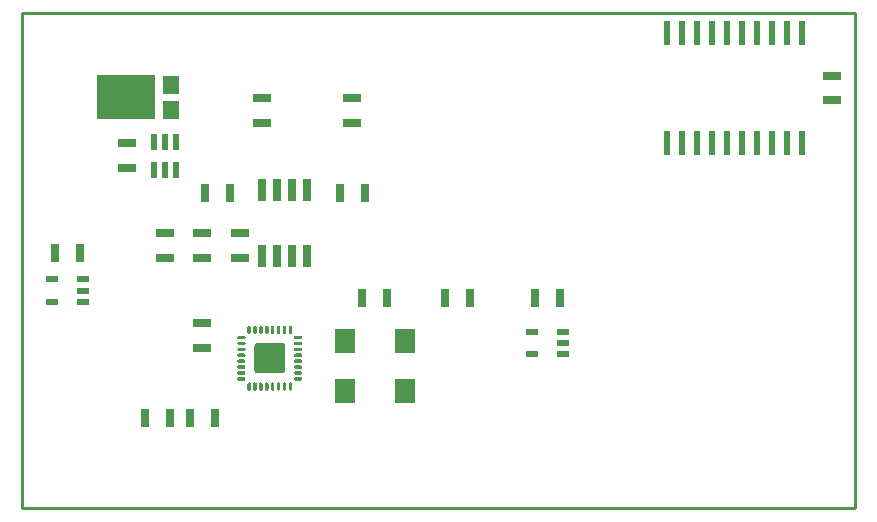
<source format=gbp>
%TF.GenerationSoftware,KiCad,Pcbnew,5.1.0-unknown-ca7aec2~82~ubuntu18.04.1*%
%TF.CreationDate,2019-04-12T13:47:33-04:00*%
%TF.ProjectId,stepper_controller_3x2,73746570-7065-4725-9f63-6f6e74726f6c,1.2*%
%TF.SameCoordinates,Original*%
%TF.FileFunction,Paste,Bot*%
%TF.FilePolarity,Positive*%
%FSLAX46Y46*%
G04 Gerber Fmt 4.6, Leading zero omitted, Abs format (unit mm)*
G04 Created by KiCad (PCBNEW 5.1.0-unknown-ca7aec2~82~ubuntu18.04.1) date 2019-04-12 13:47:33*
%MOMM*%
%LPD*%
G04 APERTURE LIST*
%ADD10C,0.228600*%
%ADD11C,0.100000*%
%ADD12C,2.587201*%
%ADD13C,0.300000*%
%ADD14R,1.800000X2.000000*%
%ADD15R,1.440000X1.600000*%
%ADD16R,4.960000X3.800000*%
%ADD17R,0.787400X1.600200*%
%ADD18R,1.600200X0.787400*%
%ADD19R,1.100000X0.600000*%
%ADD20R,0.600000X2.000000*%
%ADD21R,0.558800X1.330960*%
%ADD22R,0.640000X1.910000*%
G04 APERTURE END LIST*
D10*
X156210000Y-67945000D02*
X85725000Y-67945000D01*
X156210000Y-109855000D02*
X156210000Y-67945000D01*
X85725000Y-109855000D02*
X156210000Y-109855000D01*
X85725000Y-67945000D02*
X85725000Y-109855000D01*
D11*
%TO.C,U1*%
G36*
X107740239Y-95862646D02*
G01*
X107765354Y-95866371D01*
X107789982Y-95872540D01*
X107813888Y-95881094D01*
X107836840Y-95891949D01*
X107858617Y-95905002D01*
X107879010Y-95920127D01*
X107897823Y-95937177D01*
X107914873Y-95955990D01*
X107929998Y-95976383D01*
X107943051Y-95998160D01*
X107953906Y-96021112D01*
X107962460Y-96045018D01*
X107968629Y-96069646D01*
X107972354Y-96094761D01*
X107973600Y-96120120D01*
X107973600Y-98189880D01*
X107972354Y-98215239D01*
X107968629Y-98240354D01*
X107962460Y-98264982D01*
X107953906Y-98288888D01*
X107943051Y-98311840D01*
X107929998Y-98333617D01*
X107914873Y-98354010D01*
X107897823Y-98372823D01*
X107879010Y-98389873D01*
X107858617Y-98404998D01*
X107836840Y-98418051D01*
X107813888Y-98428906D01*
X107789982Y-98437460D01*
X107765354Y-98443629D01*
X107740239Y-98447354D01*
X107714880Y-98448600D01*
X105645120Y-98448600D01*
X105619761Y-98447354D01*
X105594646Y-98443629D01*
X105570018Y-98437460D01*
X105546112Y-98428906D01*
X105523160Y-98418051D01*
X105501383Y-98404998D01*
X105480990Y-98389873D01*
X105462177Y-98372823D01*
X105445127Y-98354010D01*
X105430002Y-98333617D01*
X105416949Y-98311840D01*
X105406094Y-98288888D01*
X105397540Y-98264982D01*
X105391371Y-98240354D01*
X105387646Y-98215239D01*
X105386400Y-98189880D01*
X105386400Y-96120120D01*
X105387646Y-96094761D01*
X105391371Y-96069646D01*
X105397540Y-96045018D01*
X105406094Y-96021112D01*
X105416949Y-95998160D01*
X105430002Y-95976383D01*
X105445127Y-95955990D01*
X105462177Y-95937177D01*
X105480990Y-95920127D01*
X105501383Y-95905002D01*
X105523160Y-95891949D01*
X105546112Y-95881094D01*
X105570018Y-95872540D01*
X105594646Y-95866371D01*
X105619761Y-95862646D01*
X105645120Y-95861400D01*
X107714880Y-95861400D01*
X107740239Y-95862646D01*
X107740239Y-95862646D01*
G37*
D12*
X106680000Y-97155000D03*
D11*
G36*
X104944704Y-94405722D02*
G01*
X104959265Y-94407882D01*
X104973544Y-94411459D01*
X104987404Y-94416418D01*
X105000711Y-94422712D01*
X105013337Y-94430280D01*
X105025160Y-94439048D01*
X105036067Y-94448934D01*
X105045953Y-94459841D01*
X105054721Y-94471664D01*
X105062289Y-94484290D01*
X105068583Y-94497597D01*
X105073542Y-94511457D01*
X105077119Y-94525736D01*
X105079279Y-94540297D01*
X105080001Y-94555000D01*
X105080001Y-94955000D01*
X105079279Y-94969703D01*
X105077119Y-94984264D01*
X105073542Y-94998543D01*
X105068583Y-95012403D01*
X105062289Y-95025710D01*
X105054721Y-95038336D01*
X105045953Y-95050159D01*
X105036067Y-95061066D01*
X105025160Y-95070952D01*
X105013337Y-95079720D01*
X105000711Y-95087288D01*
X104987404Y-95093582D01*
X104973544Y-95098541D01*
X104959265Y-95102118D01*
X104944704Y-95104278D01*
X104930001Y-95105000D01*
X104929999Y-95105000D01*
X104915296Y-95104278D01*
X104900735Y-95102118D01*
X104886456Y-95098541D01*
X104872596Y-95093582D01*
X104859289Y-95087288D01*
X104846663Y-95079720D01*
X104834840Y-95070952D01*
X104823933Y-95061066D01*
X104814047Y-95050159D01*
X104805279Y-95038336D01*
X104797711Y-95025710D01*
X104791417Y-95012403D01*
X104786458Y-94998543D01*
X104782881Y-94984264D01*
X104780721Y-94969703D01*
X104779999Y-94955000D01*
X104779999Y-94555000D01*
X104780721Y-94540297D01*
X104782881Y-94525736D01*
X104786458Y-94511457D01*
X104791417Y-94497597D01*
X104797711Y-94484290D01*
X104805279Y-94471664D01*
X104814047Y-94459841D01*
X104823933Y-94448934D01*
X104834840Y-94439048D01*
X104846663Y-94430280D01*
X104859289Y-94422712D01*
X104872596Y-94416418D01*
X104886456Y-94411459D01*
X104900735Y-94407882D01*
X104915296Y-94405722D01*
X104929999Y-94405000D01*
X104930001Y-94405000D01*
X104944704Y-94405722D01*
X104944704Y-94405722D01*
G37*
D13*
X104930000Y-94755000D03*
D11*
G36*
X105444704Y-94405722D02*
G01*
X105459265Y-94407882D01*
X105473544Y-94411459D01*
X105487404Y-94416418D01*
X105500711Y-94422712D01*
X105513337Y-94430280D01*
X105525160Y-94439048D01*
X105536067Y-94448934D01*
X105545953Y-94459841D01*
X105554721Y-94471664D01*
X105562289Y-94484290D01*
X105568583Y-94497597D01*
X105573542Y-94511457D01*
X105577119Y-94525736D01*
X105579279Y-94540297D01*
X105580001Y-94555000D01*
X105580001Y-94955000D01*
X105579279Y-94969703D01*
X105577119Y-94984264D01*
X105573542Y-94998543D01*
X105568583Y-95012403D01*
X105562289Y-95025710D01*
X105554721Y-95038336D01*
X105545953Y-95050159D01*
X105536067Y-95061066D01*
X105525160Y-95070952D01*
X105513337Y-95079720D01*
X105500711Y-95087288D01*
X105487404Y-95093582D01*
X105473544Y-95098541D01*
X105459265Y-95102118D01*
X105444704Y-95104278D01*
X105430001Y-95105000D01*
X105429999Y-95105000D01*
X105415296Y-95104278D01*
X105400735Y-95102118D01*
X105386456Y-95098541D01*
X105372596Y-95093582D01*
X105359289Y-95087288D01*
X105346663Y-95079720D01*
X105334840Y-95070952D01*
X105323933Y-95061066D01*
X105314047Y-95050159D01*
X105305279Y-95038336D01*
X105297711Y-95025710D01*
X105291417Y-95012403D01*
X105286458Y-94998543D01*
X105282881Y-94984264D01*
X105280721Y-94969703D01*
X105279999Y-94955000D01*
X105279999Y-94555000D01*
X105280721Y-94540297D01*
X105282881Y-94525736D01*
X105286458Y-94511457D01*
X105291417Y-94497597D01*
X105297711Y-94484290D01*
X105305279Y-94471664D01*
X105314047Y-94459841D01*
X105323933Y-94448934D01*
X105334840Y-94439048D01*
X105346663Y-94430280D01*
X105359289Y-94422712D01*
X105372596Y-94416418D01*
X105386456Y-94411459D01*
X105400735Y-94407882D01*
X105415296Y-94405722D01*
X105429999Y-94405000D01*
X105430001Y-94405000D01*
X105444704Y-94405722D01*
X105444704Y-94405722D01*
G37*
D13*
X105430000Y-94755000D03*
D11*
G36*
X105944704Y-94405722D02*
G01*
X105959265Y-94407882D01*
X105973544Y-94411459D01*
X105987404Y-94416418D01*
X106000711Y-94422712D01*
X106013337Y-94430280D01*
X106025160Y-94439048D01*
X106036067Y-94448934D01*
X106045953Y-94459841D01*
X106054721Y-94471664D01*
X106062289Y-94484290D01*
X106068583Y-94497597D01*
X106073542Y-94511457D01*
X106077119Y-94525736D01*
X106079279Y-94540297D01*
X106080001Y-94555000D01*
X106080001Y-94955000D01*
X106079279Y-94969703D01*
X106077119Y-94984264D01*
X106073542Y-94998543D01*
X106068583Y-95012403D01*
X106062289Y-95025710D01*
X106054721Y-95038336D01*
X106045953Y-95050159D01*
X106036067Y-95061066D01*
X106025160Y-95070952D01*
X106013337Y-95079720D01*
X106000711Y-95087288D01*
X105987404Y-95093582D01*
X105973544Y-95098541D01*
X105959265Y-95102118D01*
X105944704Y-95104278D01*
X105930001Y-95105000D01*
X105929999Y-95105000D01*
X105915296Y-95104278D01*
X105900735Y-95102118D01*
X105886456Y-95098541D01*
X105872596Y-95093582D01*
X105859289Y-95087288D01*
X105846663Y-95079720D01*
X105834840Y-95070952D01*
X105823933Y-95061066D01*
X105814047Y-95050159D01*
X105805279Y-95038336D01*
X105797711Y-95025710D01*
X105791417Y-95012403D01*
X105786458Y-94998543D01*
X105782881Y-94984264D01*
X105780721Y-94969703D01*
X105779999Y-94955000D01*
X105779999Y-94555000D01*
X105780721Y-94540297D01*
X105782881Y-94525736D01*
X105786458Y-94511457D01*
X105791417Y-94497597D01*
X105797711Y-94484290D01*
X105805279Y-94471664D01*
X105814047Y-94459841D01*
X105823933Y-94448934D01*
X105834840Y-94439048D01*
X105846663Y-94430280D01*
X105859289Y-94422712D01*
X105872596Y-94416418D01*
X105886456Y-94411459D01*
X105900735Y-94407882D01*
X105915296Y-94405722D01*
X105929999Y-94405000D01*
X105930001Y-94405000D01*
X105944704Y-94405722D01*
X105944704Y-94405722D01*
G37*
D13*
X105930000Y-94755000D03*
D11*
G36*
X106444704Y-94405722D02*
G01*
X106459265Y-94407882D01*
X106473544Y-94411459D01*
X106487404Y-94416418D01*
X106500711Y-94422712D01*
X106513337Y-94430280D01*
X106525160Y-94439048D01*
X106536067Y-94448934D01*
X106545953Y-94459841D01*
X106554721Y-94471664D01*
X106562289Y-94484290D01*
X106568583Y-94497597D01*
X106573542Y-94511457D01*
X106577119Y-94525736D01*
X106579279Y-94540297D01*
X106580001Y-94555000D01*
X106580001Y-94955000D01*
X106579279Y-94969703D01*
X106577119Y-94984264D01*
X106573542Y-94998543D01*
X106568583Y-95012403D01*
X106562289Y-95025710D01*
X106554721Y-95038336D01*
X106545953Y-95050159D01*
X106536067Y-95061066D01*
X106525160Y-95070952D01*
X106513337Y-95079720D01*
X106500711Y-95087288D01*
X106487404Y-95093582D01*
X106473544Y-95098541D01*
X106459265Y-95102118D01*
X106444704Y-95104278D01*
X106430001Y-95105000D01*
X106429999Y-95105000D01*
X106415296Y-95104278D01*
X106400735Y-95102118D01*
X106386456Y-95098541D01*
X106372596Y-95093582D01*
X106359289Y-95087288D01*
X106346663Y-95079720D01*
X106334840Y-95070952D01*
X106323933Y-95061066D01*
X106314047Y-95050159D01*
X106305279Y-95038336D01*
X106297711Y-95025710D01*
X106291417Y-95012403D01*
X106286458Y-94998543D01*
X106282881Y-94984264D01*
X106280721Y-94969703D01*
X106279999Y-94955000D01*
X106279999Y-94555000D01*
X106280721Y-94540297D01*
X106282881Y-94525736D01*
X106286458Y-94511457D01*
X106291417Y-94497597D01*
X106297711Y-94484290D01*
X106305279Y-94471664D01*
X106314047Y-94459841D01*
X106323933Y-94448934D01*
X106334840Y-94439048D01*
X106346663Y-94430280D01*
X106359289Y-94422712D01*
X106372596Y-94416418D01*
X106386456Y-94411459D01*
X106400735Y-94407882D01*
X106415296Y-94405722D01*
X106429999Y-94405000D01*
X106430001Y-94405000D01*
X106444704Y-94405722D01*
X106444704Y-94405722D01*
G37*
D13*
X106430000Y-94755000D03*
D11*
G36*
X106944704Y-94405722D02*
G01*
X106959265Y-94407882D01*
X106973544Y-94411459D01*
X106987404Y-94416418D01*
X107000711Y-94422712D01*
X107013337Y-94430280D01*
X107025160Y-94439048D01*
X107036067Y-94448934D01*
X107045953Y-94459841D01*
X107054721Y-94471664D01*
X107062289Y-94484290D01*
X107068583Y-94497597D01*
X107073542Y-94511457D01*
X107077119Y-94525736D01*
X107079279Y-94540297D01*
X107080001Y-94555000D01*
X107080001Y-94955000D01*
X107079279Y-94969703D01*
X107077119Y-94984264D01*
X107073542Y-94998543D01*
X107068583Y-95012403D01*
X107062289Y-95025710D01*
X107054721Y-95038336D01*
X107045953Y-95050159D01*
X107036067Y-95061066D01*
X107025160Y-95070952D01*
X107013337Y-95079720D01*
X107000711Y-95087288D01*
X106987404Y-95093582D01*
X106973544Y-95098541D01*
X106959265Y-95102118D01*
X106944704Y-95104278D01*
X106930001Y-95105000D01*
X106929999Y-95105000D01*
X106915296Y-95104278D01*
X106900735Y-95102118D01*
X106886456Y-95098541D01*
X106872596Y-95093582D01*
X106859289Y-95087288D01*
X106846663Y-95079720D01*
X106834840Y-95070952D01*
X106823933Y-95061066D01*
X106814047Y-95050159D01*
X106805279Y-95038336D01*
X106797711Y-95025710D01*
X106791417Y-95012403D01*
X106786458Y-94998543D01*
X106782881Y-94984264D01*
X106780721Y-94969703D01*
X106779999Y-94955000D01*
X106779999Y-94555000D01*
X106780721Y-94540297D01*
X106782881Y-94525736D01*
X106786458Y-94511457D01*
X106791417Y-94497597D01*
X106797711Y-94484290D01*
X106805279Y-94471664D01*
X106814047Y-94459841D01*
X106823933Y-94448934D01*
X106834840Y-94439048D01*
X106846663Y-94430280D01*
X106859289Y-94422712D01*
X106872596Y-94416418D01*
X106886456Y-94411459D01*
X106900735Y-94407882D01*
X106915296Y-94405722D01*
X106929999Y-94405000D01*
X106930001Y-94405000D01*
X106944704Y-94405722D01*
X106944704Y-94405722D01*
G37*
D13*
X106930000Y-94755000D03*
D11*
G36*
X107444704Y-94405722D02*
G01*
X107459265Y-94407882D01*
X107473544Y-94411459D01*
X107487404Y-94416418D01*
X107500711Y-94422712D01*
X107513337Y-94430280D01*
X107525160Y-94439048D01*
X107536067Y-94448934D01*
X107545953Y-94459841D01*
X107554721Y-94471664D01*
X107562289Y-94484290D01*
X107568583Y-94497597D01*
X107573542Y-94511457D01*
X107577119Y-94525736D01*
X107579279Y-94540297D01*
X107580001Y-94555000D01*
X107580001Y-94955000D01*
X107579279Y-94969703D01*
X107577119Y-94984264D01*
X107573542Y-94998543D01*
X107568583Y-95012403D01*
X107562289Y-95025710D01*
X107554721Y-95038336D01*
X107545953Y-95050159D01*
X107536067Y-95061066D01*
X107525160Y-95070952D01*
X107513337Y-95079720D01*
X107500711Y-95087288D01*
X107487404Y-95093582D01*
X107473544Y-95098541D01*
X107459265Y-95102118D01*
X107444704Y-95104278D01*
X107430001Y-95105000D01*
X107429999Y-95105000D01*
X107415296Y-95104278D01*
X107400735Y-95102118D01*
X107386456Y-95098541D01*
X107372596Y-95093582D01*
X107359289Y-95087288D01*
X107346663Y-95079720D01*
X107334840Y-95070952D01*
X107323933Y-95061066D01*
X107314047Y-95050159D01*
X107305279Y-95038336D01*
X107297711Y-95025710D01*
X107291417Y-95012403D01*
X107286458Y-94998543D01*
X107282881Y-94984264D01*
X107280721Y-94969703D01*
X107279999Y-94955000D01*
X107279999Y-94555000D01*
X107280721Y-94540297D01*
X107282881Y-94525736D01*
X107286458Y-94511457D01*
X107291417Y-94497597D01*
X107297711Y-94484290D01*
X107305279Y-94471664D01*
X107314047Y-94459841D01*
X107323933Y-94448934D01*
X107334840Y-94439048D01*
X107346663Y-94430280D01*
X107359289Y-94422712D01*
X107372596Y-94416418D01*
X107386456Y-94411459D01*
X107400735Y-94407882D01*
X107415296Y-94405722D01*
X107429999Y-94405000D01*
X107430001Y-94405000D01*
X107444704Y-94405722D01*
X107444704Y-94405722D01*
G37*
D13*
X107430000Y-94755000D03*
D11*
G36*
X107944704Y-94405722D02*
G01*
X107959265Y-94407882D01*
X107973544Y-94411459D01*
X107987404Y-94416418D01*
X108000711Y-94422712D01*
X108013337Y-94430280D01*
X108025160Y-94439048D01*
X108036067Y-94448934D01*
X108045953Y-94459841D01*
X108054721Y-94471664D01*
X108062289Y-94484290D01*
X108068583Y-94497597D01*
X108073542Y-94511457D01*
X108077119Y-94525736D01*
X108079279Y-94540297D01*
X108080001Y-94555000D01*
X108080001Y-94955000D01*
X108079279Y-94969703D01*
X108077119Y-94984264D01*
X108073542Y-94998543D01*
X108068583Y-95012403D01*
X108062289Y-95025710D01*
X108054721Y-95038336D01*
X108045953Y-95050159D01*
X108036067Y-95061066D01*
X108025160Y-95070952D01*
X108013337Y-95079720D01*
X108000711Y-95087288D01*
X107987404Y-95093582D01*
X107973544Y-95098541D01*
X107959265Y-95102118D01*
X107944704Y-95104278D01*
X107930001Y-95105000D01*
X107929999Y-95105000D01*
X107915296Y-95104278D01*
X107900735Y-95102118D01*
X107886456Y-95098541D01*
X107872596Y-95093582D01*
X107859289Y-95087288D01*
X107846663Y-95079720D01*
X107834840Y-95070952D01*
X107823933Y-95061066D01*
X107814047Y-95050159D01*
X107805279Y-95038336D01*
X107797711Y-95025710D01*
X107791417Y-95012403D01*
X107786458Y-94998543D01*
X107782881Y-94984264D01*
X107780721Y-94969703D01*
X107779999Y-94955000D01*
X107779999Y-94555000D01*
X107780721Y-94540297D01*
X107782881Y-94525736D01*
X107786458Y-94511457D01*
X107791417Y-94497597D01*
X107797711Y-94484290D01*
X107805279Y-94471664D01*
X107814047Y-94459841D01*
X107823933Y-94448934D01*
X107834840Y-94439048D01*
X107846663Y-94430280D01*
X107859289Y-94422712D01*
X107872596Y-94416418D01*
X107886456Y-94411459D01*
X107900735Y-94407882D01*
X107915296Y-94405722D01*
X107929999Y-94405000D01*
X107930001Y-94405000D01*
X107944704Y-94405722D01*
X107944704Y-94405722D01*
G37*
D13*
X107930000Y-94755000D03*
D11*
G36*
X108444704Y-94405722D02*
G01*
X108459265Y-94407882D01*
X108473544Y-94411459D01*
X108487404Y-94416418D01*
X108500711Y-94422712D01*
X108513337Y-94430280D01*
X108525160Y-94439048D01*
X108536067Y-94448934D01*
X108545953Y-94459841D01*
X108554721Y-94471664D01*
X108562289Y-94484290D01*
X108568583Y-94497597D01*
X108573542Y-94511457D01*
X108577119Y-94525736D01*
X108579279Y-94540297D01*
X108580001Y-94555000D01*
X108580001Y-94955000D01*
X108579279Y-94969703D01*
X108577119Y-94984264D01*
X108573542Y-94998543D01*
X108568583Y-95012403D01*
X108562289Y-95025710D01*
X108554721Y-95038336D01*
X108545953Y-95050159D01*
X108536067Y-95061066D01*
X108525160Y-95070952D01*
X108513337Y-95079720D01*
X108500711Y-95087288D01*
X108487404Y-95093582D01*
X108473544Y-95098541D01*
X108459265Y-95102118D01*
X108444704Y-95104278D01*
X108430001Y-95105000D01*
X108429999Y-95105000D01*
X108415296Y-95104278D01*
X108400735Y-95102118D01*
X108386456Y-95098541D01*
X108372596Y-95093582D01*
X108359289Y-95087288D01*
X108346663Y-95079720D01*
X108334840Y-95070952D01*
X108323933Y-95061066D01*
X108314047Y-95050159D01*
X108305279Y-95038336D01*
X108297711Y-95025710D01*
X108291417Y-95012403D01*
X108286458Y-94998543D01*
X108282881Y-94984264D01*
X108280721Y-94969703D01*
X108279999Y-94955000D01*
X108279999Y-94555000D01*
X108280721Y-94540297D01*
X108282881Y-94525736D01*
X108286458Y-94511457D01*
X108291417Y-94497597D01*
X108297711Y-94484290D01*
X108305279Y-94471664D01*
X108314047Y-94459841D01*
X108323933Y-94448934D01*
X108334840Y-94439048D01*
X108346663Y-94430280D01*
X108359289Y-94422712D01*
X108372596Y-94416418D01*
X108386456Y-94411459D01*
X108400735Y-94407882D01*
X108415296Y-94405722D01*
X108429999Y-94405000D01*
X108430001Y-94405000D01*
X108444704Y-94405722D01*
X108444704Y-94405722D01*
G37*
D13*
X108430000Y-94755000D03*
D11*
G36*
X108444704Y-99205722D02*
G01*
X108459265Y-99207882D01*
X108473544Y-99211459D01*
X108487404Y-99216418D01*
X108500711Y-99222712D01*
X108513337Y-99230280D01*
X108525160Y-99239048D01*
X108536067Y-99248934D01*
X108545953Y-99259841D01*
X108554721Y-99271664D01*
X108562289Y-99284290D01*
X108568583Y-99297597D01*
X108573542Y-99311457D01*
X108577119Y-99325736D01*
X108579279Y-99340297D01*
X108580001Y-99355000D01*
X108580001Y-99755000D01*
X108579279Y-99769703D01*
X108577119Y-99784264D01*
X108573542Y-99798543D01*
X108568583Y-99812403D01*
X108562289Y-99825710D01*
X108554721Y-99838336D01*
X108545953Y-99850159D01*
X108536067Y-99861066D01*
X108525160Y-99870952D01*
X108513337Y-99879720D01*
X108500711Y-99887288D01*
X108487404Y-99893582D01*
X108473544Y-99898541D01*
X108459265Y-99902118D01*
X108444704Y-99904278D01*
X108430001Y-99905000D01*
X108429999Y-99905000D01*
X108415296Y-99904278D01*
X108400735Y-99902118D01*
X108386456Y-99898541D01*
X108372596Y-99893582D01*
X108359289Y-99887288D01*
X108346663Y-99879720D01*
X108334840Y-99870952D01*
X108323933Y-99861066D01*
X108314047Y-99850159D01*
X108305279Y-99838336D01*
X108297711Y-99825710D01*
X108291417Y-99812403D01*
X108286458Y-99798543D01*
X108282881Y-99784264D01*
X108280721Y-99769703D01*
X108279999Y-99755000D01*
X108279999Y-99355000D01*
X108280721Y-99340297D01*
X108282881Y-99325736D01*
X108286458Y-99311457D01*
X108291417Y-99297597D01*
X108297711Y-99284290D01*
X108305279Y-99271664D01*
X108314047Y-99259841D01*
X108323933Y-99248934D01*
X108334840Y-99239048D01*
X108346663Y-99230280D01*
X108359289Y-99222712D01*
X108372596Y-99216418D01*
X108386456Y-99211459D01*
X108400735Y-99207882D01*
X108415296Y-99205722D01*
X108429999Y-99205000D01*
X108430001Y-99205000D01*
X108444704Y-99205722D01*
X108444704Y-99205722D01*
G37*
D13*
X108430000Y-99555000D03*
D11*
G36*
X107944704Y-99205722D02*
G01*
X107959265Y-99207882D01*
X107973544Y-99211459D01*
X107987404Y-99216418D01*
X108000711Y-99222712D01*
X108013337Y-99230280D01*
X108025160Y-99239048D01*
X108036067Y-99248934D01*
X108045953Y-99259841D01*
X108054721Y-99271664D01*
X108062289Y-99284290D01*
X108068583Y-99297597D01*
X108073542Y-99311457D01*
X108077119Y-99325736D01*
X108079279Y-99340297D01*
X108080001Y-99355000D01*
X108080001Y-99755000D01*
X108079279Y-99769703D01*
X108077119Y-99784264D01*
X108073542Y-99798543D01*
X108068583Y-99812403D01*
X108062289Y-99825710D01*
X108054721Y-99838336D01*
X108045953Y-99850159D01*
X108036067Y-99861066D01*
X108025160Y-99870952D01*
X108013337Y-99879720D01*
X108000711Y-99887288D01*
X107987404Y-99893582D01*
X107973544Y-99898541D01*
X107959265Y-99902118D01*
X107944704Y-99904278D01*
X107930001Y-99905000D01*
X107929999Y-99905000D01*
X107915296Y-99904278D01*
X107900735Y-99902118D01*
X107886456Y-99898541D01*
X107872596Y-99893582D01*
X107859289Y-99887288D01*
X107846663Y-99879720D01*
X107834840Y-99870952D01*
X107823933Y-99861066D01*
X107814047Y-99850159D01*
X107805279Y-99838336D01*
X107797711Y-99825710D01*
X107791417Y-99812403D01*
X107786458Y-99798543D01*
X107782881Y-99784264D01*
X107780721Y-99769703D01*
X107779999Y-99755000D01*
X107779999Y-99355000D01*
X107780721Y-99340297D01*
X107782881Y-99325736D01*
X107786458Y-99311457D01*
X107791417Y-99297597D01*
X107797711Y-99284290D01*
X107805279Y-99271664D01*
X107814047Y-99259841D01*
X107823933Y-99248934D01*
X107834840Y-99239048D01*
X107846663Y-99230280D01*
X107859289Y-99222712D01*
X107872596Y-99216418D01*
X107886456Y-99211459D01*
X107900735Y-99207882D01*
X107915296Y-99205722D01*
X107929999Y-99205000D01*
X107930001Y-99205000D01*
X107944704Y-99205722D01*
X107944704Y-99205722D01*
G37*
D13*
X107930000Y-99555000D03*
D11*
G36*
X107444704Y-99205722D02*
G01*
X107459265Y-99207882D01*
X107473544Y-99211459D01*
X107487404Y-99216418D01*
X107500711Y-99222712D01*
X107513337Y-99230280D01*
X107525160Y-99239048D01*
X107536067Y-99248934D01*
X107545953Y-99259841D01*
X107554721Y-99271664D01*
X107562289Y-99284290D01*
X107568583Y-99297597D01*
X107573542Y-99311457D01*
X107577119Y-99325736D01*
X107579279Y-99340297D01*
X107580001Y-99355000D01*
X107580001Y-99755000D01*
X107579279Y-99769703D01*
X107577119Y-99784264D01*
X107573542Y-99798543D01*
X107568583Y-99812403D01*
X107562289Y-99825710D01*
X107554721Y-99838336D01*
X107545953Y-99850159D01*
X107536067Y-99861066D01*
X107525160Y-99870952D01*
X107513337Y-99879720D01*
X107500711Y-99887288D01*
X107487404Y-99893582D01*
X107473544Y-99898541D01*
X107459265Y-99902118D01*
X107444704Y-99904278D01*
X107430001Y-99905000D01*
X107429999Y-99905000D01*
X107415296Y-99904278D01*
X107400735Y-99902118D01*
X107386456Y-99898541D01*
X107372596Y-99893582D01*
X107359289Y-99887288D01*
X107346663Y-99879720D01*
X107334840Y-99870952D01*
X107323933Y-99861066D01*
X107314047Y-99850159D01*
X107305279Y-99838336D01*
X107297711Y-99825710D01*
X107291417Y-99812403D01*
X107286458Y-99798543D01*
X107282881Y-99784264D01*
X107280721Y-99769703D01*
X107279999Y-99755000D01*
X107279999Y-99355000D01*
X107280721Y-99340297D01*
X107282881Y-99325736D01*
X107286458Y-99311457D01*
X107291417Y-99297597D01*
X107297711Y-99284290D01*
X107305279Y-99271664D01*
X107314047Y-99259841D01*
X107323933Y-99248934D01*
X107334840Y-99239048D01*
X107346663Y-99230280D01*
X107359289Y-99222712D01*
X107372596Y-99216418D01*
X107386456Y-99211459D01*
X107400735Y-99207882D01*
X107415296Y-99205722D01*
X107429999Y-99205000D01*
X107430001Y-99205000D01*
X107444704Y-99205722D01*
X107444704Y-99205722D01*
G37*
D13*
X107430000Y-99555000D03*
D11*
G36*
X106944704Y-99205722D02*
G01*
X106959265Y-99207882D01*
X106973544Y-99211459D01*
X106987404Y-99216418D01*
X107000711Y-99222712D01*
X107013337Y-99230280D01*
X107025160Y-99239048D01*
X107036067Y-99248934D01*
X107045953Y-99259841D01*
X107054721Y-99271664D01*
X107062289Y-99284290D01*
X107068583Y-99297597D01*
X107073542Y-99311457D01*
X107077119Y-99325736D01*
X107079279Y-99340297D01*
X107080001Y-99355000D01*
X107080001Y-99755000D01*
X107079279Y-99769703D01*
X107077119Y-99784264D01*
X107073542Y-99798543D01*
X107068583Y-99812403D01*
X107062289Y-99825710D01*
X107054721Y-99838336D01*
X107045953Y-99850159D01*
X107036067Y-99861066D01*
X107025160Y-99870952D01*
X107013337Y-99879720D01*
X107000711Y-99887288D01*
X106987404Y-99893582D01*
X106973544Y-99898541D01*
X106959265Y-99902118D01*
X106944704Y-99904278D01*
X106930001Y-99905000D01*
X106929999Y-99905000D01*
X106915296Y-99904278D01*
X106900735Y-99902118D01*
X106886456Y-99898541D01*
X106872596Y-99893582D01*
X106859289Y-99887288D01*
X106846663Y-99879720D01*
X106834840Y-99870952D01*
X106823933Y-99861066D01*
X106814047Y-99850159D01*
X106805279Y-99838336D01*
X106797711Y-99825710D01*
X106791417Y-99812403D01*
X106786458Y-99798543D01*
X106782881Y-99784264D01*
X106780721Y-99769703D01*
X106779999Y-99755000D01*
X106779999Y-99355000D01*
X106780721Y-99340297D01*
X106782881Y-99325736D01*
X106786458Y-99311457D01*
X106791417Y-99297597D01*
X106797711Y-99284290D01*
X106805279Y-99271664D01*
X106814047Y-99259841D01*
X106823933Y-99248934D01*
X106834840Y-99239048D01*
X106846663Y-99230280D01*
X106859289Y-99222712D01*
X106872596Y-99216418D01*
X106886456Y-99211459D01*
X106900735Y-99207882D01*
X106915296Y-99205722D01*
X106929999Y-99205000D01*
X106930001Y-99205000D01*
X106944704Y-99205722D01*
X106944704Y-99205722D01*
G37*
D13*
X106930000Y-99555000D03*
D11*
G36*
X106444704Y-99205722D02*
G01*
X106459265Y-99207882D01*
X106473544Y-99211459D01*
X106487404Y-99216418D01*
X106500711Y-99222712D01*
X106513337Y-99230280D01*
X106525160Y-99239048D01*
X106536067Y-99248934D01*
X106545953Y-99259841D01*
X106554721Y-99271664D01*
X106562289Y-99284290D01*
X106568583Y-99297597D01*
X106573542Y-99311457D01*
X106577119Y-99325736D01*
X106579279Y-99340297D01*
X106580001Y-99355000D01*
X106580001Y-99755000D01*
X106579279Y-99769703D01*
X106577119Y-99784264D01*
X106573542Y-99798543D01*
X106568583Y-99812403D01*
X106562289Y-99825710D01*
X106554721Y-99838336D01*
X106545953Y-99850159D01*
X106536067Y-99861066D01*
X106525160Y-99870952D01*
X106513337Y-99879720D01*
X106500711Y-99887288D01*
X106487404Y-99893582D01*
X106473544Y-99898541D01*
X106459265Y-99902118D01*
X106444704Y-99904278D01*
X106430001Y-99905000D01*
X106429999Y-99905000D01*
X106415296Y-99904278D01*
X106400735Y-99902118D01*
X106386456Y-99898541D01*
X106372596Y-99893582D01*
X106359289Y-99887288D01*
X106346663Y-99879720D01*
X106334840Y-99870952D01*
X106323933Y-99861066D01*
X106314047Y-99850159D01*
X106305279Y-99838336D01*
X106297711Y-99825710D01*
X106291417Y-99812403D01*
X106286458Y-99798543D01*
X106282881Y-99784264D01*
X106280721Y-99769703D01*
X106279999Y-99755000D01*
X106279999Y-99355000D01*
X106280721Y-99340297D01*
X106282881Y-99325736D01*
X106286458Y-99311457D01*
X106291417Y-99297597D01*
X106297711Y-99284290D01*
X106305279Y-99271664D01*
X106314047Y-99259841D01*
X106323933Y-99248934D01*
X106334840Y-99239048D01*
X106346663Y-99230280D01*
X106359289Y-99222712D01*
X106372596Y-99216418D01*
X106386456Y-99211459D01*
X106400735Y-99207882D01*
X106415296Y-99205722D01*
X106429999Y-99205000D01*
X106430001Y-99205000D01*
X106444704Y-99205722D01*
X106444704Y-99205722D01*
G37*
D13*
X106430000Y-99555000D03*
D11*
G36*
X105944704Y-99205722D02*
G01*
X105959265Y-99207882D01*
X105973544Y-99211459D01*
X105987404Y-99216418D01*
X106000711Y-99222712D01*
X106013337Y-99230280D01*
X106025160Y-99239048D01*
X106036067Y-99248934D01*
X106045953Y-99259841D01*
X106054721Y-99271664D01*
X106062289Y-99284290D01*
X106068583Y-99297597D01*
X106073542Y-99311457D01*
X106077119Y-99325736D01*
X106079279Y-99340297D01*
X106080001Y-99355000D01*
X106080001Y-99755000D01*
X106079279Y-99769703D01*
X106077119Y-99784264D01*
X106073542Y-99798543D01*
X106068583Y-99812403D01*
X106062289Y-99825710D01*
X106054721Y-99838336D01*
X106045953Y-99850159D01*
X106036067Y-99861066D01*
X106025160Y-99870952D01*
X106013337Y-99879720D01*
X106000711Y-99887288D01*
X105987404Y-99893582D01*
X105973544Y-99898541D01*
X105959265Y-99902118D01*
X105944704Y-99904278D01*
X105930001Y-99905000D01*
X105929999Y-99905000D01*
X105915296Y-99904278D01*
X105900735Y-99902118D01*
X105886456Y-99898541D01*
X105872596Y-99893582D01*
X105859289Y-99887288D01*
X105846663Y-99879720D01*
X105834840Y-99870952D01*
X105823933Y-99861066D01*
X105814047Y-99850159D01*
X105805279Y-99838336D01*
X105797711Y-99825710D01*
X105791417Y-99812403D01*
X105786458Y-99798543D01*
X105782881Y-99784264D01*
X105780721Y-99769703D01*
X105779999Y-99755000D01*
X105779999Y-99355000D01*
X105780721Y-99340297D01*
X105782881Y-99325736D01*
X105786458Y-99311457D01*
X105791417Y-99297597D01*
X105797711Y-99284290D01*
X105805279Y-99271664D01*
X105814047Y-99259841D01*
X105823933Y-99248934D01*
X105834840Y-99239048D01*
X105846663Y-99230280D01*
X105859289Y-99222712D01*
X105872596Y-99216418D01*
X105886456Y-99211459D01*
X105900735Y-99207882D01*
X105915296Y-99205722D01*
X105929999Y-99205000D01*
X105930001Y-99205000D01*
X105944704Y-99205722D01*
X105944704Y-99205722D01*
G37*
D13*
X105930000Y-99555000D03*
D11*
G36*
X105444704Y-99205722D02*
G01*
X105459265Y-99207882D01*
X105473544Y-99211459D01*
X105487404Y-99216418D01*
X105500711Y-99222712D01*
X105513337Y-99230280D01*
X105525160Y-99239048D01*
X105536067Y-99248934D01*
X105545953Y-99259841D01*
X105554721Y-99271664D01*
X105562289Y-99284290D01*
X105568583Y-99297597D01*
X105573542Y-99311457D01*
X105577119Y-99325736D01*
X105579279Y-99340297D01*
X105580001Y-99355000D01*
X105580001Y-99755000D01*
X105579279Y-99769703D01*
X105577119Y-99784264D01*
X105573542Y-99798543D01*
X105568583Y-99812403D01*
X105562289Y-99825710D01*
X105554721Y-99838336D01*
X105545953Y-99850159D01*
X105536067Y-99861066D01*
X105525160Y-99870952D01*
X105513337Y-99879720D01*
X105500711Y-99887288D01*
X105487404Y-99893582D01*
X105473544Y-99898541D01*
X105459265Y-99902118D01*
X105444704Y-99904278D01*
X105430001Y-99905000D01*
X105429999Y-99905000D01*
X105415296Y-99904278D01*
X105400735Y-99902118D01*
X105386456Y-99898541D01*
X105372596Y-99893582D01*
X105359289Y-99887288D01*
X105346663Y-99879720D01*
X105334840Y-99870952D01*
X105323933Y-99861066D01*
X105314047Y-99850159D01*
X105305279Y-99838336D01*
X105297711Y-99825710D01*
X105291417Y-99812403D01*
X105286458Y-99798543D01*
X105282881Y-99784264D01*
X105280721Y-99769703D01*
X105279999Y-99755000D01*
X105279999Y-99355000D01*
X105280721Y-99340297D01*
X105282881Y-99325736D01*
X105286458Y-99311457D01*
X105291417Y-99297597D01*
X105297711Y-99284290D01*
X105305279Y-99271664D01*
X105314047Y-99259841D01*
X105323933Y-99248934D01*
X105334840Y-99239048D01*
X105346663Y-99230280D01*
X105359289Y-99222712D01*
X105372596Y-99216418D01*
X105386456Y-99211459D01*
X105400735Y-99207882D01*
X105415296Y-99205722D01*
X105429999Y-99205000D01*
X105430001Y-99205000D01*
X105444704Y-99205722D01*
X105444704Y-99205722D01*
G37*
D13*
X105430000Y-99555000D03*
D11*
G36*
X104944704Y-99205722D02*
G01*
X104959265Y-99207882D01*
X104973544Y-99211459D01*
X104987404Y-99216418D01*
X105000711Y-99222712D01*
X105013337Y-99230280D01*
X105025160Y-99239048D01*
X105036067Y-99248934D01*
X105045953Y-99259841D01*
X105054721Y-99271664D01*
X105062289Y-99284290D01*
X105068583Y-99297597D01*
X105073542Y-99311457D01*
X105077119Y-99325736D01*
X105079279Y-99340297D01*
X105080001Y-99355000D01*
X105080001Y-99755000D01*
X105079279Y-99769703D01*
X105077119Y-99784264D01*
X105073542Y-99798543D01*
X105068583Y-99812403D01*
X105062289Y-99825710D01*
X105054721Y-99838336D01*
X105045953Y-99850159D01*
X105036067Y-99861066D01*
X105025160Y-99870952D01*
X105013337Y-99879720D01*
X105000711Y-99887288D01*
X104987404Y-99893582D01*
X104973544Y-99898541D01*
X104959265Y-99902118D01*
X104944704Y-99904278D01*
X104930001Y-99905000D01*
X104929999Y-99905000D01*
X104915296Y-99904278D01*
X104900735Y-99902118D01*
X104886456Y-99898541D01*
X104872596Y-99893582D01*
X104859289Y-99887288D01*
X104846663Y-99879720D01*
X104834840Y-99870952D01*
X104823933Y-99861066D01*
X104814047Y-99850159D01*
X104805279Y-99838336D01*
X104797711Y-99825710D01*
X104791417Y-99812403D01*
X104786458Y-99798543D01*
X104782881Y-99784264D01*
X104780721Y-99769703D01*
X104779999Y-99755000D01*
X104779999Y-99355000D01*
X104780721Y-99340297D01*
X104782881Y-99325736D01*
X104786458Y-99311457D01*
X104791417Y-99297597D01*
X104797711Y-99284290D01*
X104805279Y-99271664D01*
X104814047Y-99259841D01*
X104823933Y-99248934D01*
X104834840Y-99239048D01*
X104846663Y-99230280D01*
X104859289Y-99222712D01*
X104872596Y-99216418D01*
X104886456Y-99211459D01*
X104900735Y-99207882D01*
X104915296Y-99205722D01*
X104929999Y-99205000D01*
X104930001Y-99205000D01*
X104944704Y-99205722D01*
X104944704Y-99205722D01*
G37*
D13*
X104930000Y-99555000D03*
D11*
G36*
X109294703Y-95255721D02*
G01*
X109309264Y-95257881D01*
X109323543Y-95261458D01*
X109337403Y-95266417D01*
X109350710Y-95272711D01*
X109363336Y-95280279D01*
X109375159Y-95289047D01*
X109386066Y-95298933D01*
X109395952Y-95309840D01*
X109404720Y-95321663D01*
X109412288Y-95334289D01*
X109418582Y-95347596D01*
X109423541Y-95361456D01*
X109427118Y-95375735D01*
X109429278Y-95390296D01*
X109430000Y-95404999D01*
X109430000Y-95405001D01*
X109429278Y-95419704D01*
X109427118Y-95434265D01*
X109423541Y-95448544D01*
X109418582Y-95462404D01*
X109412288Y-95475711D01*
X109404720Y-95488337D01*
X109395952Y-95500160D01*
X109386066Y-95511067D01*
X109375159Y-95520953D01*
X109363336Y-95529721D01*
X109350710Y-95537289D01*
X109337403Y-95543583D01*
X109323543Y-95548542D01*
X109309264Y-95552119D01*
X109294703Y-95554279D01*
X109280000Y-95555001D01*
X108880000Y-95555001D01*
X108865297Y-95554279D01*
X108850736Y-95552119D01*
X108836457Y-95548542D01*
X108822597Y-95543583D01*
X108809290Y-95537289D01*
X108796664Y-95529721D01*
X108784841Y-95520953D01*
X108773934Y-95511067D01*
X108764048Y-95500160D01*
X108755280Y-95488337D01*
X108747712Y-95475711D01*
X108741418Y-95462404D01*
X108736459Y-95448544D01*
X108732882Y-95434265D01*
X108730722Y-95419704D01*
X108730000Y-95405001D01*
X108730000Y-95404999D01*
X108730722Y-95390296D01*
X108732882Y-95375735D01*
X108736459Y-95361456D01*
X108741418Y-95347596D01*
X108747712Y-95334289D01*
X108755280Y-95321663D01*
X108764048Y-95309840D01*
X108773934Y-95298933D01*
X108784841Y-95289047D01*
X108796664Y-95280279D01*
X108809290Y-95272711D01*
X108822597Y-95266417D01*
X108836457Y-95261458D01*
X108850736Y-95257881D01*
X108865297Y-95255721D01*
X108880000Y-95254999D01*
X109280000Y-95254999D01*
X109294703Y-95255721D01*
X109294703Y-95255721D01*
G37*
D13*
X109080000Y-95405000D03*
D11*
G36*
X109294703Y-95755721D02*
G01*
X109309264Y-95757881D01*
X109323543Y-95761458D01*
X109337403Y-95766417D01*
X109350710Y-95772711D01*
X109363336Y-95780279D01*
X109375159Y-95789047D01*
X109386066Y-95798933D01*
X109395952Y-95809840D01*
X109404720Y-95821663D01*
X109412288Y-95834289D01*
X109418582Y-95847596D01*
X109423541Y-95861456D01*
X109427118Y-95875735D01*
X109429278Y-95890296D01*
X109430000Y-95904999D01*
X109430000Y-95905001D01*
X109429278Y-95919704D01*
X109427118Y-95934265D01*
X109423541Y-95948544D01*
X109418582Y-95962404D01*
X109412288Y-95975711D01*
X109404720Y-95988337D01*
X109395952Y-96000160D01*
X109386066Y-96011067D01*
X109375159Y-96020953D01*
X109363336Y-96029721D01*
X109350710Y-96037289D01*
X109337403Y-96043583D01*
X109323543Y-96048542D01*
X109309264Y-96052119D01*
X109294703Y-96054279D01*
X109280000Y-96055001D01*
X108880000Y-96055001D01*
X108865297Y-96054279D01*
X108850736Y-96052119D01*
X108836457Y-96048542D01*
X108822597Y-96043583D01*
X108809290Y-96037289D01*
X108796664Y-96029721D01*
X108784841Y-96020953D01*
X108773934Y-96011067D01*
X108764048Y-96000160D01*
X108755280Y-95988337D01*
X108747712Y-95975711D01*
X108741418Y-95962404D01*
X108736459Y-95948544D01*
X108732882Y-95934265D01*
X108730722Y-95919704D01*
X108730000Y-95905001D01*
X108730000Y-95904999D01*
X108730722Y-95890296D01*
X108732882Y-95875735D01*
X108736459Y-95861456D01*
X108741418Y-95847596D01*
X108747712Y-95834289D01*
X108755280Y-95821663D01*
X108764048Y-95809840D01*
X108773934Y-95798933D01*
X108784841Y-95789047D01*
X108796664Y-95780279D01*
X108809290Y-95772711D01*
X108822597Y-95766417D01*
X108836457Y-95761458D01*
X108850736Y-95757881D01*
X108865297Y-95755721D01*
X108880000Y-95754999D01*
X109280000Y-95754999D01*
X109294703Y-95755721D01*
X109294703Y-95755721D01*
G37*
D13*
X109080000Y-95905000D03*
D11*
G36*
X109294703Y-96255721D02*
G01*
X109309264Y-96257881D01*
X109323543Y-96261458D01*
X109337403Y-96266417D01*
X109350710Y-96272711D01*
X109363336Y-96280279D01*
X109375159Y-96289047D01*
X109386066Y-96298933D01*
X109395952Y-96309840D01*
X109404720Y-96321663D01*
X109412288Y-96334289D01*
X109418582Y-96347596D01*
X109423541Y-96361456D01*
X109427118Y-96375735D01*
X109429278Y-96390296D01*
X109430000Y-96404999D01*
X109430000Y-96405001D01*
X109429278Y-96419704D01*
X109427118Y-96434265D01*
X109423541Y-96448544D01*
X109418582Y-96462404D01*
X109412288Y-96475711D01*
X109404720Y-96488337D01*
X109395952Y-96500160D01*
X109386066Y-96511067D01*
X109375159Y-96520953D01*
X109363336Y-96529721D01*
X109350710Y-96537289D01*
X109337403Y-96543583D01*
X109323543Y-96548542D01*
X109309264Y-96552119D01*
X109294703Y-96554279D01*
X109280000Y-96555001D01*
X108880000Y-96555001D01*
X108865297Y-96554279D01*
X108850736Y-96552119D01*
X108836457Y-96548542D01*
X108822597Y-96543583D01*
X108809290Y-96537289D01*
X108796664Y-96529721D01*
X108784841Y-96520953D01*
X108773934Y-96511067D01*
X108764048Y-96500160D01*
X108755280Y-96488337D01*
X108747712Y-96475711D01*
X108741418Y-96462404D01*
X108736459Y-96448544D01*
X108732882Y-96434265D01*
X108730722Y-96419704D01*
X108730000Y-96405001D01*
X108730000Y-96404999D01*
X108730722Y-96390296D01*
X108732882Y-96375735D01*
X108736459Y-96361456D01*
X108741418Y-96347596D01*
X108747712Y-96334289D01*
X108755280Y-96321663D01*
X108764048Y-96309840D01*
X108773934Y-96298933D01*
X108784841Y-96289047D01*
X108796664Y-96280279D01*
X108809290Y-96272711D01*
X108822597Y-96266417D01*
X108836457Y-96261458D01*
X108850736Y-96257881D01*
X108865297Y-96255721D01*
X108880000Y-96254999D01*
X109280000Y-96254999D01*
X109294703Y-96255721D01*
X109294703Y-96255721D01*
G37*
D13*
X109080000Y-96405000D03*
D11*
G36*
X109294703Y-96755721D02*
G01*
X109309264Y-96757881D01*
X109323543Y-96761458D01*
X109337403Y-96766417D01*
X109350710Y-96772711D01*
X109363336Y-96780279D01*
X109375159Y-96789047D01*
X109386066Y-96798933D01*
X109395952Y-96809840D01*
X109404720Y-96821663D01*
X109412288Y-96834289D01*
X109418582Y-96847596D01*
X109423541Y-96861456D01*
X109427118Y-96875735D01*
X109429278Y-96890296D01*
X109430000Y-96904999D01*
X109430000Y-96905001D01*
X109429278Y-96919704D01*
X109427118Y-96934265D01*
X109423541Y-96948544D01*
X109418582Y-96962404D01*
X109412288Y-96975711D01*
X109404720Y-96988337D01*
X109395952Y-97000160D01*
X109386066Y-97011067D01*
X109375159Y-97020953D01*
X109363336Y-97029721D01*
X109350710Y-97037289D01*
X109337403Y-97043583D01*
X109323543Y-97048542D01*
X109309264Y-97052119D01*
X109294703Y-97054279D01*
X109280000Y-97055001D01*
X108880000Y-97055001D01*
X108865297Y-97054279D01*
X108850736Y-97052119D01*
X108836457Y-97048542D01*
X108822597Y-97043583D01*
X108809290Y-97037289D01*
X108796664Y-97029721D01*
X108784841Y-97020953D01*
X108773934Y-97011067D01*
X108764048Y-97000160D01*
X108755280Y-96988337D01*
X108747712Y-96975711D01*
X108741418Y-96962404D01*
X108736459Y-96948544D01*
X108732882Y-96934265D01*
X108730722Y-96919704D01*
X108730000Y-96905001D01*
X108730000Y-96904999D01*
X108730722Y-96890296D01*
X108732882Y-96875735D01*
X108736459Y-96861456D01*
X108741418Y-96847596D01*
X108747712Y-96834289D01*
X108755280Y-96821663D01*
X108764048Y-96809840D01*
X108773934Y-96798933D01*
X108784841Y-96789047D01*
X108796664Y-96780279D01*
X108809290Y-96772711D01*
X108822597Y-96766417D01*
X108836457Y-96761458D01*
X108850736Y-96757881D01*
X108865297Y-96755721D01*
X108880000Y-96754999D01*
X109280000Y-96754999D01*
X109294703Y-96755721D01*
X109294703Y-96755721D01*
G37*
D13*
X109080000Y-96905000D03*
D11*
G36*
X109294703Y-97255721D02*
G01*
X109309264Y-97257881D01*
X109323543Y-97261458D01*
X109337403Y-97266417D01*
X109350710Y-97272711D01*
X109363336Y-97280279D01*
X109375159Y-97289047D01*
X109386066Y-97298933D01*
X109395952Y-97309840D01*
X109404720Y-97321663D01*
X109412288Y-97334289D01*
X109418582Y-97347596D01*
X109423541Y-97361456D01*
X109427118Y-97375735D01*
X109429278Y-97390296D01*
X109430000Y-97404999D01*
X109430000Y-97405001D01*
X109429278Y-97419704D01*
X109427118Y-97434265D01*
X109423541Y-97448544D01*
X109418582Y-97462404D01*
X109412288Y-97475711D01*
X109404720Y-97488337D01*
X109395952Y-97500160D01*
X109386066Y-97511067D01*
X109375159Y-97520953D01*
X109363336Y-97529721D01*
X109350710Y-97537289D01*
X109337403Y-97543583D01*
X109323543Y-97548542D01*
X109309264Y-97552119D01*
X109294703Y-97554279D01*
X109280000Y-97555001D01*
X108880000Y-97555001D01*
X108865297Y-97554279D01*
X108850736Y-97552119D01*
X108836457Y-97548542D01*
X108822597Y-97543583D01*
X108809290Y-97537289D01*
X108796664Y-97529721D01*
X108784841Y-97520953D01*
X108773934Y-97511067D01*
X108764048Y-97500160D01*
X108755280Y-97488337D01*
X108747712Y-97475711D01*
X108741418Y-97462404D01*
X108736459Y-97448544D01*
X108732882Y-97434265D01*
X108730722Y-97419704D01*
X108730000Y-97405001D01*
X108730000Y-97404999D01*
X108730722Y-97390296D01*
X108732882Y-97375735D01*
X108736459Y-97361456D01*
X108741418Y-97347596D01*
X108747712Y-97334289D01*
X108755280Y-97321663D01*
X108764048Y-97309840D01*
X108773934Y-97298933D01*
X108784841Y-97289047D01*
X108796664Y-97280279D01*
X108809290Y-97272711D01*
X108822597Y-97266417D01*
X108836457Y-97261458D01*
X108850736Y-97257881D01*
X108865297Y-97255721D01*
X108880000Y-97254999D01*
X109280000Y-97254999D01*
X109294703Y-97255721D01*
X109294703Y-97255721D01*
G37*
D13*
X109080000Y-97405000D03*
D11*
G36*
X109294703Y-97755721D02*
G01*
X109309264Y-97757881D01*
X109323543Y-97761458D01*
X109337403Y-97766417D01*
X109350710Y-97772711D01*
X109363336Y-97780279D01*
X109375159Y-97789047D01*
X109386066Y-97798933D01*
X109395952Y-97809840D01*
X109404720Y-97821663D01*
X109412288Y-97834289D01*
X109418582Y-97847596D01*
X109423541Y-97861456D01*
X109427118Y-97875735D01*
X109429278Y-97890296D01*
X109430000Y-97904999D01*
X109430000Y-97905001D01*
X109429278Y-97919704D01*
X109427118Y-97934265D01*
X109423541Y-97948544D01*
X109418582Y-97962404D01*
X109412288Y-97975711D01*
X109404720Y-97988337D01*
X109395952Y-98000160D01*
X109386066Y-98011067D01*
X109375159Y-98020953D01*
X109363336Y-98029721D01*
X109350710Y-98037289D01*
X109337403Y-98043583D01*
X109323543Y-98048542D01*
X109309264Y-98052119D01*
X109294703Y-98054279D01*
X109280000Y-98055001D01*
X108880000Y-98055001D01*
X108865297Y-98054279D01*
X108850736Y-98052119D01*
X108836457Y-98048542D01*
X108822597Y-98043583D01*
X108809290Y-98037289D01*
X108796664Y-98029721D01*
X108784841Y-98020953D01*
X108773934Y-98011067D01*
X108764048Y-98000160D01*
X108755280Y-97988337D01*
X108747712Y-97975711D01*
X108741418Y-97962404D01*
X108736459Y-97948544D01*
X108732882Y-97934265D01*
X108730722Y-97919704D01*
X108730000Y-97905001D01*
X108730000Y-97904999D01*
X108730722Y-97890296D01*
X108732882Y-97875735D01*
X108736459Y-97861456D01*
X108741418Y-97847596D01*
X108747712Y-97834289D01*
X108755280Y-97821663D01*
X108764048Y-97809840D01*
X108773934Y-97798933D01*
X108784841Y-97789047D01*
X108796664Y-97780279D01*
X108809290Y-97772711D01*
X108822597Y-97766417D01*
X108836457Y-97761458D01*
X108850736Y-97757881D01*
X108865297Y-97755721D01*
X108880000Y-97754999D01*
X109280000Y-97754999D01*
X109294703Y-97755721D01*
X109294703Y-97755721D01*
G37*
D13*
X109080000Y-97905000D03*
D11*
G36*
X109294703Y-98255721D02*
G01*
X109309264Y-98257881D01*
X109323543Y-98261458D01*
X109337403Y-98266417D01*
X109350710Y-98272711D01*
X109363336Y-98280279D01*
X109375159Y-98289047D01*
X109386066Y-98298933D01*
X109395952Y-98309840D01*
X109404720Y-98321663D01*
X109412288Y-98334289D01*
X109418582Y-98347596D01*
X109423541Y-98361456D01*
X109427118Y-98375735D01*
X109429278Y-98390296D01*
X109430000Y-98404999D01*
X109430000Y-98405001D01*
X109429278Y-98419704D01*
X109427118Y-98434265D01*
X109423541Y-98448544D01*
X109418582Y-98462404D01*
X109412288Y-98475711D01*
X109404720Y-98488337D01*
X109395952Y-98500160D01*
X109386066Y-98511067D01*
X109375159Y-98520953D01*
X109363336Y-98529721D01*
X109350710Y-98537289D01*
X109337403Y-98543583D01*
X109323543Y-98548542D01*
X109309264Y-98552119D01*
X109294703Y-98554279D01*
X109280000Y-98555001D01*
X108880000Y-98555001D01*
X108865297Y-98554279D01*
X108850736Y-98552119D01*
X108836457Y-98548542D01*
X108822597Y-98543583D01*
X108809290Y-98537289D01*
X108796664Y-98529721D01*
X108784841Y-98520953D01*
X108773934Y-98511067D01*
X108764048Y-98500160D01*
X108755280Y-98488337D01*
X108747712Y-98475711D01*
X108741418Y-98462404D01*
X108736459Y-98448544D01*
X108732882Y-98434265D01*
X108730722Y-98419704D01*
X108730000Y-98405001D01*
X108730000Y-98404999D01*
X108730722Y-98390296D01*
X108732882Y-98375735D01*
X108736459Y-98361456D01*
X108741418Y-98347596D01*
X108747712Y-98334289D01*
X108755280Y-98321663D01*
X108764048Y-98309840D01*
X108773934Y-98298933D01*
X108784841Y-98289047D01*
X108796664Y-98280279D01*
X108809290Y-98272711D01*
X108822597Y-98266417D01*
X108836457Y-98261458D01*
X108850736Y-98257881D01*
X108865297Y-98255721D01*
X108880000Y-98254999D01*
X109280000Y-98254999D01*
X109294703Y-98255721D01*
X109294703Y-98255721D01*
G37*
D13*
X109080000Y-98405000D03*
D11*
G36*
X109294703Y-98755721D02*
G01*
X109309264Y-98757881D01*
X109323543Y-98761458D01*
X109337403Y-98766417D01*
X109350710Y-98772711D01*
X109363336Y-98780279D01*
X109375159Y-98789047D01*
X109386066Y-98798933D01*
X109395952Y-98809840D01*
X109404720Y-98821663D01*
X109412288Y-98834289D01*
X109418582Y-98847596D01*
X109423541Y-98861456D01*
X109427118Y-98875735D01*
X109429278Y-98890296D01*
X109430000Y-98904999D01*
X109430000Y-98905001D01*
X109429278Y-98919704D01*
X109427118Y-98934265D01*
X109423541Y-98948544D01*
X109418582Y-98962404D01*
X109412288Y-98975711D01*
X109404720Y-98988337D01*
X109395952Y-99000160D01*
X109386066Y-99011067D01*
X109375159Y-99020953D01*
X109363336Y-99029721D01*
X109350710Y-99037289D01*
X109337403Y-99043583D01*
X109323543Y-99048542D01*
X109309264Y-99052119D01*
X109294703Y-99054279D01*
X109280000Y-99055001D01*
X108880000Y-99055001D01*
X108865297Y-99054279D01*
X108850736Y-99052119D01*
X108836457Y-99048542D01*
X108822597Y-99043583D01*
X108809290Y-99037289D01*
X108796664Y-99029721D01*
X108784841Y-99020953D01*
X108773934Y-99011067D01*
X108764048Y-99000160D01*
X108755280Y-98988337D01*
X108747712Y-98975711D01*
X108741418Y-98962404D01*
X108736459Y-98948544D01*
X108732882Y-98934265D01*
X108730722Y-98919704D01*
X108730000Y-98905001D01*
X108730000Y-98904999D01*
X108730722Y-98890296D01*
X108732882Y-98875735D01*
X108736459Y-98861456D01*
X108741418Y-98847596D01*
X108747712Y-98834289D01*
X108755280Y-98821663D01*
X108764048Y-98809840D01*
X108773934Y-98798933D01*
X108784841Y-98789047D01*
X108796664Y-98780279D01*
X108809290Y-98772711D01*
X108822597Y-98766417D01*
X108836457Y-98761458D01*
X108850736Y-98757881D01*
X108865297Y-98755721D01*
X108880000Y-98754999D01*
X109280000Y-98754999D01*
X109294703Y-98755721D01*
X109294703Y-98755721D01*
G37*
D13*
X109080000Y-98905000D03*
D11*
G36*
X104494703Y-98755721D02*
G01*
X104509264Y-98757881D01*
X104523543Y-98761458D01*
X104537403Y-98766417D01*
X104550710Y-98772711D01*
X104563336Y-98780279D01*
X104575159Y-98789047D01*
X104586066Y-98798933D01*
X104595952Y-98809840D01*
X104604720Y-98821663D01*
X104612288Y-98834289D01*
X104618582Y-98847596D01*
X104623541Y-98861456D01*
X104627118Y-98875735D01*
X104629278Y-98890296D01*
X104630000Y-98904999D01*
X104630000Y-98905001D01*
X104629278Y-98919704D01*
X104627118Y-98934265D01*
X104623541Y-98948544D01*
X104618582Y-98962404D01*
X104612288Y-98975711D01*
X104604720Y-98988337D01*
X104595952Y-99000160D01*
X104586066Y-99011067D01*
X104575159Y-99020953D01*
X104563336Y-99029721D01*
X104550710Y-99037289D01*
X104537403Y-99043583D01*
X104523543Y-99048542D01*
X104509264Y-99052119D01*
X104494703Y-99054279D01*
X104480000Y-99055001D01*
X104080000Y-99055001D01*
X104065297Y-99054279D01*
X104050736Y-99052119D01*
X104036457Y-99048542D01*
X104022597Y-99043583D01*
X104009290Y-99037289D01*
X103996664Y-99029721D01*
X103984841Y-99020953D01*
X103973934Y-99011067D01*
X103964048Y-99000160D01*
X103955280Y-98988337D01*
X103947712Y-98975711D01*
X103941418Y-98962404D01*
X103936459Y-98948544D01*
X103932882Y-98934265D01*
X103930722Y-98919704D01*
X103930000Y-98905001D01*
X103930000Y-98904999D01*
X103930722Y-98890296D01*
X103932882Y-98875735D01*
X103936459Y-98861456D01*
X103941418Y-98847596D01*
X103947712Y-98834289D01*
X103955280Y-98821663D01*
X103964048Y-98809840D01*
X103973934Y-98798933D01*
X103984841Y-98789047D01*
X103996664Y-98780279D01*
X104009290Y-98772711D01*
X104022597Y-98766417D01*
X104036457Y-98761458D01*
X104050736Y-98757881D01*
X104065297Y-98755721D01*
X104080000Y-98754999D01*
X104480000Y-98754999D01*
X104494703Y-98755721D01*
X104494703Y-98755721D01*
G37*
D13*
X104280000Y-98905000D03*
D11*
G36*
X104494703Y-98255721D02*
G01*
X104509264Y-98257881D01*
X104523543Y-98261458D01*
X104537403Y-98266417D01*
X104550710Y-98272711D01*
X104563336Y-98280279D01*
X104575159Y-98289047D01*
X104586066Y-98298933D01*
X104595952Y-98309840D01*
X104604720Y-98321663D01*
X104612288Y-98334289D01*
X104618582Y-98347596D01*
X104623541Y-98361456D01*
X104627118Y-98375735D01*
X104629278Y-98390296D01*
X104630000Y-98404999D01*
X104630000Y-98405001D01*
X104629278Y-98419704D01*
X104627118Y-98434265D01*
X104623541Y-98448544D01*
X104618582Y-98462404D01*
X104612288Y-98475711D01*
X104604720Y-98488337D01*
X104595952Y-98500160D01*
X104586066Y-98511067D01*
X104575159Y-98520953D01*
X104563336Y-98529721D01*
X104550710Y-98537289D01*
X104537403Y-98543583D01*
X104523543Y-98548542D01*
X104509264Y-98552119D01*
X104494703Y-98554279D01*
X104480000Y-98555001D01*
X104080000Y-98555001D01*
X104065297Y-98554279D01*
X104050736Y-98552119D01*
X104036457Y-98548542D01*
X104022597Y-98543583D01*
X104009290Y-98537289D01*
X103996664Y-98529721D01*
X103984841Y-98520953D01*
X103973934Y-98511067D01*
X103964048Y-98500160D01*
X103955280Y-98488337D01*
X103947712Y-98475711D01*
X103941418Y-98462404D01*
X103936459Y-98448544D01*
X103932882Y-98434265D01*
X103930722Y-98419704D01*
X103930000Y-98405001D01*
X103930000Y-98404999D01*
X103930722Y-98390296D01*
X103932882Y-98375735D01*
X103936459Y-98361456D01*
X103941418Y-98347596D01*
X103947712Y-98334289D01*
X103955280Y-98321663D01*
X103964048Y-98309840D01*
X103973934Y-98298933D01*
X103984841Y-98289047D01*
X103996664Y-98280279D01*
X104009290Y-98272711D01*
X104022597Y-98266417D01*
X104036457Y-98261458D01*
X104050736Y-98257881D01*
X104065297Y-98255721D01*
X104080000Y-98254999D01*
X104480000Y-98254999D01*
X104494703Y-98255721D01*
X104494703Y-98255721D01*
G37*
D13*
X104280000Y-98405000D03*
D11*
G36*
X104494703Y-97755721D02*
G01*
X104509264Y-97757881D01*
X104523543Y-97761458D01*
X104537403Y-97766417D01*
X104550710Y-97772711D01*
X104563336Y-97780279D01*
X104575159Y-97789047D01*
X104586066Y-97798933D01*
X104595952Y-97809840D01*
X104604720Y-97821663D01*
X104612288Y-97834289D01*
X104618582Y-97847596D01*
X104623541Y-97861456D01*
X104627118Y-97875735D01*
X104629278Y-97890296D01*
X104630000Y-97904999D01*
X104630000Y-97905001D01*
X104629278Y-97919704D01*
X104627118Y-97934265D01*
X104623541Y-97948544D01*
X104618582Y-97962404D01*
X104612288Y-97975711D01*
X104604720Y-97988337D01*
X104595952Y-98000160D01*
X104586066Y-98011067D01*
X104575159Y-98020953D01*
X104563336Y-98029721D01*
X104550710Y-98037289D01*
X104537403Y-98043583D01*
X104523543Y-98048542D01*
X104509264Y-98052119D01*
X104494703Y-98054279D01*
X104480000Y-98055001D01*
X104080000Y-98055001D01*
X104065297Y-98054279D01*
X104050736Y-98052119D01*
X104036457Y-98048542D01*
X104022597Y-98043583D01*
X104009290Y-98037289D01*
X103996664Y-98029721D01*
X103984841Y-98020953D01*
X103973934Y-98011067D01*
X103964048Y-98000160D01*
X103955280Y-97988337D01*
X103947712Y-97975711D01*
X103941418Y-97962404D01*
X103936459Y-97948544D01*
X103932882Y-97934265D01*
X103930722Y-97919704D01*
X103930000Y-97905001D01*
X103930000Y-97904999D01*
X103930722Y-97890296D01*
X103932882Y-97875735D01*
X103936459Y-97861456D01*
X103941418Y-97847596D01*
X103947712Y-97834289D01*
X103955280Y-97821663D01*
X103964048Y-97809840D01*
X103973934Y-97798933D01*
X103984841Y-97789047D01*
X103996664Y-97780279D01*
X104009290Y-97772711D01*
X104022597Y-97766417D01*
X104036457Y-97761458D01*
X104050736Y-97757881D01*
X104065297Y-97755721D01*
X104080000Y-97754999D01*
X104480000Y-97754999D01*
X104494703Y-97755721D01*
X104494703Y-97755721D01*
G37*
D13*
X104280000Y-97905000D03*
D11*
G36*
X104494703Y-97255721D02*
G01*
X104509264Y-97257881D01*
X104523543Y-97261458D01*
X104537403Y-97266417D01*
X104550710Y-97272711D01*
X104563336Y-97280279D01*
X104575159Y-97289047D01*
X104586066Y-97298933D01*
X104595952Y-97309840D01*
X104604720Y-97321663D01*
X104612288Y-97334289D01*
X104618582Y-97347596D01*
X104623541Y-97361456D01*
X104627118Y-97375735D01*
X104629278Y-97390296D01*
X104630000Y-97404999D01*
X104630000Y-97405001D01*
X104629278Y-97419704D01*
X104627118Y-97434265D01*
X104623541Y-97448544D01*
X104618582Y-97462404D01*
X104612288Y-97475711D01*
X104604720Y-97488337D01*
X104595952Y-97500160D01*
X104586066Y-97511067D01*
X104575159Y-97520953D01*
X104563336Y-97529721D01*
X104550710Y-97537289D01*
X104537403Y-97543583D01*
X104523543Y-97548542D01*
X104509264Y-97552119D01*
X104494703Y-97554279D01*
X104480000Y-97555001D01*
X104080000Y-97555001D01*
X104065297Y-97554279D01*
X104050736Y-97552119D01*
X104036457Y-97548542D01*
X104022597Y-97543583D01*
X104009290Y-97537289D01*
X103996664Y-97529721D01*
X103984841Y-97520953D01*
X103973934Y-97511067D01*
X103964048Y-97500160D01*
X103955280Y-97488337D01*
X103947712Y-97475711D01*
X103941418Y-97462404D01*
X103936459Y-97448544D01*
X103932882Y-97434265D01*
X103930722Y-97419704D01*
X103930000Y-97405001D01*
X103930000Y-97404999D01*
X103930722Y-97390296D01*
X103932882Y-97375735D01*
X103936459Y-97361456D01*
X103941418Y-97347596D01*
X103947712Y-97334289D01*
X103955280Y-97321663D01*
X103964048Y-97309840D01*
X103973934Y-97298933D01*
X103984841Y-97289047D01*
X103996664Y-97280279D01*
X104009290Y-97272711D01*
X104022597Y-97266417D01*
X104036457Y-97261458D01*
X104050736Y-97257881D01*
X104065297Y-97255721D01*
X104080000Y-97254999D01*
X104480000Y-97254999D01*
X104494703Y-97255721D01*
X104494703Y-97255721D01*
G37*
D13*
X104280000Y-97405000D03*
D11*
G36*
X104494703Y-96755721D02*
G01*
X104509264Y-96757881D01*
X104523543Y-96761458D01*
X104537403Y-96766417D01*
X104550710Y-96772711D01*
X104563336Y-96780279D01*
X104575159Y-96789047D01*
X104586066Y-96798933D01*
X104595952Y-96809840D01*
X104604720Y-96821663D01*
X104612288Y-96834289D01*
X104618582Y-96847596D01*
X104623541Y-96861456D01*
X104627118Y-96875735D01*
X104629278Y-96890296D01*
X104630000Y-96904999D01*
X104630000Y-96905001D01*
X104629278Y-96919704D01*
X104627118Y-96934265D01*
X104623541Y-96948544D01*
X104618582Y-96962404D01*
X104612288Y-96975711D01*
X104604720Y-96988337D01*
X104595952Y-97000160D01*
X104586066Y-97011067D01*
X104575159Y-97020953D01*
X104563336Y-97029721D01*
X104550710Y-97037289D01*
X104537403Y-97043583D01*
X104523543Y-97048542D01*
X104509264Y-97052119D01*
X104494703Y-97054279D01*
X104480000Y-97055001D01*
X104080000Y-97055001D01*
X104065297Y-97054279D01*
X104050736Y-97052119D01*
X104036457Y-97048542D01*
X104022597Y-97043583D01*
X104009290Y-97037289D01*
X103996664Y-97029721D01*
X103984841Y-97020953D01*
X103973934Y-97011067D01*
X103964048Y-97000160D01*
X103955280Y-96988337D01*
X103947712Y-96975711D01*
X103941418Y-96962404D01*
X103936459Y-96948544D01*
X103932882Y-96934265D01*
X103930722Y-96919704D01*
X103930000Y-96905001D01*
X103930000Y-96904999D01*
X103930722Y-96890296D01*
X103932882Y-96875735D01*
X103936459Y-96861456D01*
X103941418Y-96847596D01*
X103947712Y-96834289D01*
X103955280Y-96821663D01*
X103964048Y-96809840D01*
X103973934Y-96798933D01*
X103984841Y-96789047D01*
X103996664Y-96780279D01*
X104009290Y-96772711D01*
X104022597Y-96766417D01*
X104036457Y-96761458D01*
X104050736Y-96757881D01*
X104065297Y-96755721D01*
X104080000Y-96754999D01*
X104480000Y-96754999D01*
X104494703Y-96755721D01*
X104494703Y-96755721D01*
G37*
D13*
X104280000Y-96905000D03*
D11*
G36*
X104494703Y-96255721D02*
G01*
X104509264Y-96257881D01*
X104523543Y-96261458D01*
X104537403Y-96266417D01*
X104550710Y-96272711D01*
X104563336Y-96280279D01*
X104575159Y-96289047D01*
X104586066Y-96298933D01*
X104595952Y-96309840D01*
X104604720Y-96321663D01*
X104612288Y-96334289D01*
X104618582Y-96347596D01*
X104623541Y-96361456D01*
X104627118Y-96375735D01*
X104629278Y-96390296D01*
X104630000Y-96404999D01*
X104630000Y-96405001D01*
X104629278Y-96419704D01*
X104627118Y-96434265D01*
X104623541Y-96448544D01*
X104618582Y-96462404D01*
X104612288Y-96475711D01*
X104604720Y-96488337D01*
X104595952Y-96500160D01*
X104586066Y-96511067D01*
X104575159Y-96520953D01*
X104563336Y-96529721D01*
X104550710Y-96537289D01*
X104537403Y-96543583D01*
X104523543Y-96548542D01*
X104509264Y-96552119D01*
X104494703Y-96554279D01*
X104480000Y-96555001D01*
X104080000Y-96555001D01*
X104065297Y-96554279D01*
X104050736Y-96552119D01*
X104036457Y-96548542D01*
X104022597Y-96543583D01*
X104009290Y-96537289D01*
X103996664Y-96529721D01*
X103984841Y-96520953D01*
X103973934Y-96511067D01*
X103964048Y-96500160D01*
X103955280Y-96488337D01*
X103947712Y-96475711D01*
X103941418Y-96462404D01*
X103936459Y-96448544D01*
X103932882Y-96434265D01*
X103930722Y-96419704D01*
X103930000Y-96405001D01*
X103930000Y-96404999D01*
X103930722Y-96390296D01*
X103932882Y-96375735D01*
X103936459Y-96361456D01*
X103941418Y-96347596D01*
X103947712Y-96334289D01*
X103955280Y-96321663D01*
X103964048Y-96309840D01*
X103973934Y-96298933D01*
X103984841Y-96289047D01*
X103996664Y-96280279D01*
X104009290Y-96272711D01*
X104022597Y-96266417D01*
X104036457Y-96261458D01*
X104050736Y-96257881D01*
X104065297Y-96255721D01*
X104080000Y-96254999D01*
X104480000Y-96254999D01*
X104494703Y-96255721D01*
X104494703Y-96255721D01*
G37*
D13*
X104280000Y-96405000D03*
D11*
G36*
X104494703Y-95755721D02*
G01*
X104509264Y-95757881D01*
X104523543Y-95761458D01*
X104537403Y-95766417D01*
X104550710Y-95772711D01*
X104563336Y-95780279D01*
X104575159Y-95789047D01*
X104586066Y-95798933D01*
X104595952Y-95809840D01*
X104604720Y-95821663D01*
X104612288Y-95834289D01*
X104618582Y-95847596D01*
X104623541Y-95861456D01*
X104627118Y-95875735D01*
X104629278Y-95890296D01*
X104630000Y-95904999D01*
X104630000Y-95905001D01*
X104629278Y-95919704D01*
X104627118Y-95934265D01*
X104623541Y-95948544D01*
X104618582Y-95962404D01*
X104612288Y-95975711D01*
X104604720Y-95988337D01*
X104595952Y-96000160D01*
X104586066Y-96011067D01*
X104575159Y-96020953D01*
X104563336Y-96029721D01*
X104550710Y-96037289D01*
X104537403Y-96043583D01*
X104523543Y-96048542D01*
X104509264Y-96052119D01*
X104494703Y-96054279D01*
X104480000Y-96055001D01*
X104080000Y-96055001D01*
X104065297Y-96054279D01*
X104050736Y-96052119D01*
X104036457Y-96048542D01*
X104022597Y-96043583D01*
X104009290Y-96037289D01*
X103996664Y-96029721D01*
X103984841Y-96020953D01*
X103973934Y-96011067D01*
X103964048Y-96000160D01*
X103955280Y-95988337D01*
X103947712Y-95975711D01*
X103941418Y-95962404D01*
X103936459Y-95948544D01*
X103932882Y-95934265D01*
X103930722Y-95919704D01*
X103930000Y-95905001D01*
X103930000Y-95904999D01*
X103930722Y-95890296D01*
X103932882Y-95875735D01*
X103936459Y-95861456D01*
X103941418Y-95847596D01*
X103947712Y-95834289D01*
X103955280Y-95821663D01*
X103964048Y-95809840D01*
X103973934Y-95798933D01*
X103984841Y-95789047D01*
X103996664Y-95780279D01*
X104009290Y-95772711D01*
X104022597Y-95766417D01*
X104036457Y-95761458D01*
X104050736Y-95757881D01*
X104065297Y-95755721D01*
X104080000Y-95754999D01*
X104480000Y-95754999D01*
X104494703Y-95755721D01*
X104494703Y-95755721D01*
G37*
D13*
X104280000Y-95905000D03*
D11*
G36*
X104494703Y-95255721D02*
G01*
X104509264Y-95257881D01*
X104523543Y-95261458D01*
X104537403Y-95266417D01*
X104550710Y-95272711D01*
X104563336Y-95280279D01*
X104575159Y-95289047D01*
X104586066Y-95298933D01*
X104595952Y-95309840D01*
X104604720Y-95321663D01*
X104612288Y-95334289D01*
X104618582Y-95347596D01*
X104623541Y-95361456D01*
X104627118Y-95375735D01*
X104629278Y-95390296D01*
X104630000Y-95404999D01*
X104630000Y-95405001D01*
X104629278Y-95419704D01*
X104627118Y-95434265D01*
X104623541Y-95448544D01*
X104618582Y-95462404D01*
X104612288Y-95475711D01*
X104604720Y-95488337D01*
X104595952Y-95500160D01*
X104586066Y-95511067D01*
X104575159Y-95520953D01*
X104563336Y-95529721D01*
X104550710Y-95537289D01*
X104537403Y-95543583D01*
X104523543Y-95548542D01*
X104509264Y-95552119D01*
X104494703Y-95554279D01*
X104480000Y-95555001D01*
X104080000Y-95555001D01*
X104065297Y-95554279D01*
X104050736Y-95552119D01*
X104036457Y-95548542D01*
X104022597Y-95543583D01*
X104009290Y-95537289D01*
X103996664Y-95529721D01*
X103984841Y-95520953D01*
X103973934Y-95511067D01*
X103964048Y-95500160D01*
X103955280Y-95488337D01*
X103947712Y-95475711D01*
X103941418Y-95462404D01*
X103936459Y-95448544D01*
X103932882Y-95434265D01*
X103930722Y-95419704D01*
X103930000Y-95405001D01*
X103930000Y-95404999D01*
X103930722Y-95390296D01*
X103932882Y-95375735D01*
X103936459Y-95361456D01*
X103941418Y-95347596D01*
X103947712Y-95334289D01*
X103955280Y-95321663D01*
X103964048Y-95309840D01*
X103973934Y-95298933D01*
X103984841Y-95289047D01*
X103996664Y-95280279D01*
X104009290Y-95272711D01*
X104022597Y-95266417D01*
X104036457Y-95261458D01*
X104050736Y-95257881D01*
X104065297Y-95255721D01*
X104080000Y-95254999D01*
X104480000Y-95254999D01*
X104494703Y-95255721D01*
X104494703Y-95255721D01*
G37*
D13*
X104280000Y-95405000D03*
%TD*%
D14*
%TO.C,CLK1*%
X118110000Y-99890000D03*
X113030000Y-99890000D03*
X113030000Y-95690000D03*
X118110000Y-95690000D03*
%TD*%
D15*
%TO.C,D1*%
X98284000Y-73992000D03*
X98284000Y-76122000D03*
D16*
X94484000Y-75057000D03*
%TD*%
D17*
%TO.C,R1*%
X90576400Y-88265000D03*
X88493600Y-88265000D03*
%TD*%
%TO.C,R2*%
X131216400Y-92075000D03*
X129133600Y-92075000D03*
%TD*%
%TO.C,R3*%
X103276400Y-83185000D03*
X101193600Y-83185000D03*
%TD*%
D18*
%TO.C,R4*%
X106045000Y-75158600D03*
X106045000Y-77241400D03*
%TD*%
D17*
%TO.C,R5*%
X112623600Y-83185000D03*
X114706400Y-83185000D03*
%TD*%
D18*
%TO.C,R6*%
X113665000Y-75158600D03*
X113665000Y-77241400D03*
%TD*%
D19*
%TO.C,U2*%
X88235000Y-90490000D03*
X88235000Y-92390000D03*
X90835000Y-92390000D03*
X90835000Y-91440000D03*
X90835000Y-90490000D03*
%TD*%
D20*
%TO.C,U3*%
X151765000Y-78945000D03*
X150495000Y-78945000D03*
X149225000Y-78945000D03*
X147955000Y-78945000D03*
X146685000Y-78945000D03*
X145415000Y-78945000D03*
X144145000Y-78945000D03*
X142875000Y-78945000D03*
X141605000Y-78945000D03*
X140335000Y-78945000D03*
X140335000Y-69645000D03*
X141605000Y-69645000D03*
X142875000Y-69645000D03*
X144145000Y-69645000D03*
X145415000Y-69645000D03*
X146685000Y-69645000D03*
X147955000Y-69645000D03*
X149225000Y-69645000D03*
X150495000Y-69645000D03*
X151765000Y-69645000D03*
%TD*%
D19*
%TO.C,U4*%
X128875000Y-94935000D03*
X128875000Y-96835000D03*
X131475000Y-96835000D03*
X131475000Y-95885000D03*
X131475000Y-94935000D03*
%TD*%
D17*
%TO.C,C1*%
X114528600Y-92075000D03*
X116611400Y-92075000D03*
%TD*%
%TO.C,C2*%
X98196400Y-102235000D03*
X96113600Y-102235000D03*
%TD*%
%TO.C,C3*%
X99923600Y-102235000D03*
X102006400Y-102235000D03*
%TD*%
D18*
%TO.C,C4*%
X100965000Y-94208600D03*
X100965000Y-96291400D03*
%TD*%
%TO.C,C5*%
X154305000Y-75336400D03*
X154305000Y-73253600D03*
%TD*%
D17*
%TO.C,C7*%
X123596400Y-92075000D03*
X121513600Y-92075000D03*
%TD*%
D18*
%TO.C,C8*%
X104140000Y-88671400D03*
X104140000Y-86588600D03*
%TD*%
%TO.C,C9*%
X100965000Y-88671400D03*
X100965000Y-86588600D03*
%TD*%
%TO.C,C10*%
X97790000Y-88671400D03*
X97790000Y-86588600D03*
%TD*%
%TO.C,C11*%
X94615000Y-81051400D03*
X94615000Y-78968600D03*
%TD*%
D21*
%TO.C,U5*%
X98739960Y-78811120D03*
X97790000Y-78811120D03*
X96840040Y-78811120D03*
X96840040Y-81208880D03*
X97790000Y-81208880D03*
X98739960Y-81208880D03*
%TD*%
D22*
%TO.C,U6*%
X106045000Y-88515000D03*
X107315000Y-88515000D03*
X108585000Y-88515000D03*
X109855000Y-88515000D03*
X109855000Y-82935000D03*
X108585000Y-82935000D03*
X107315000Y-82935000D03*
X106045000Y-82935000D03*
%TD*%
M02*

</source>
